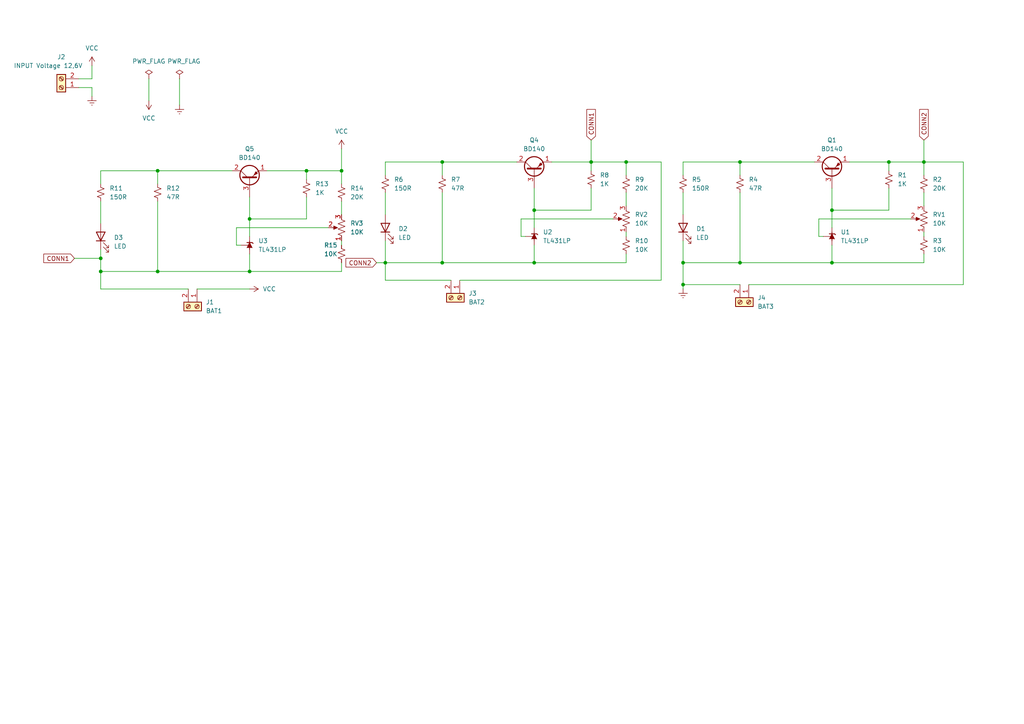
<source format=kicad_sch>
(kicad_sch (version 20230121) (generator eeschema)
  (paper "A4")
  (title_block (title "3S BMS Module ") (date "29.04.2023") (rev "1.0") (company "by Muxtar_Safarov"))
  (lib_symbols
    (symbol "Connector:Screw_Terminal_01x02" (pin_names (offset 1.016) hide)
      (property "Reference" "J" (at 0 2.54 0))
      (property "Value" "Screw_Terminal_01x02" (at 0 -5.08 0))
      (symbol "Screw_Terminal_01x02_1_1"
        (rectangle (start -1.27 1.27) (end 1.27 -3.81) (stroke (width 0.254)) (fill (type background)))
        (circle (center 0 -2.54) (radius 0.635) (stroke (width 0.1524)))
        (polyline (pts (xy -0.5334 -2.2098) (xy 0.3302 -3.048)) (stroke (width 0.1524)))
        (polyline (pts (xy -0.5334 0.3302) (xy 0.3302 -0.508)) (stroke (width 0.1524)))
        (polyline (pts (xy -0.3556 -2.032) (xy 0.508 -2.8702)) (stroke (width 0.1524)))
        (polyline (pts (xy -0.3556 0.508) (xy 0.508 -0.3302)) (stroke (width 0.1524)))
        (circle (center 0 0) (radius 0.635) (stroke (width 0.1524)))
        (pin passive line (at -5.08 0 0) (length 3.81) (name "Pin_1") (number "1"))
        (pin passive line (at -5.08 -2.54 0) (length 3.81) (name "Pin_2") (number "2"))
      )
    )
    (symbol "Device:LED" (pin_numbers hide) (pin_names (offset 1.016) hide)
      (property "Reference" "D" (at 0 2.54 0))
      (property "Value" "LED" (at 0 -2.54 0))
      (symbol "LED_0_1"
        (polyline (pts (xy -1.27 -1.27) (xy -1.27 1.27)) (stroke (width 0.254)))
        (polyline (pts (xy -1.27 0) (xy 1.27 0)))
        (polyline (pts (xy 1.27 -1.27) (xy 1.27 1.27) (xy -1.27 0) (xy 1.27 -1.27)) (stroke (width 0.254)))
        (polyline (pts (xy -3.048 -0.762) (xy -4.572 -2.286) (xy -3.81 -2.286) (xy -4.572 -2.286) (xy -4.572 -1.524)))
        (polyline (pts (xy -1.778 -0.762) (xy -3.302 -2.286) (xy -2.54 -2.286) (xy -3.302 -2.286) (xy -3.302 -1.524)))
      )
      (symbol "LED_1_1"
        (pin passive line (at -3.81 0 0) (length 2.54) (name "K") (number "1"))
        (pin passive line (at 3.81 0 180) (length 2.54) (name "A") (number "2"))
      )
    )
    (symbol "Device:R_Potentiometer_US" (pin_names (offset 1.016) hide)
      (property "Reference" "RV" (at -4.445 0 90))
      (property "Value" "R_Potentiometer_US" (at -2.54 0 90))
      (symbol "R_Potentiometer_US_0_1"
        (polyline (pts (xy 0 -2.286) (xy 0 -2.54)))
        (polyline (pts (xy 0 2.54) (xy 0 2.286)))
        (polyline (pts (xy 2.54 0) (xy 1.524 0)))
        (polyline (pts (xy 1.143 0) (xy 2.286 0.508) (xy 2.286 -0.508) (xy 1.143 0)) (fill (type outline)))
        (polyline (pts (xy 0 -0.762) (xy 1.016 -1.143) (xy 0 -1.524) (xy -1.016 -1.905) (xy 0 -2.286)))
        (polyline (pts (xy 0 0.762) (xy 1.016 0.381) (xy 0 0) (xy -1.016 -0.381) (xy 0 -0.762)))
        (polyline (pts (xy 0 2.286) (xy 1.016 1.905) (xy 0 1.524) (xy -1.016 1.143) (xy 0 0.762)))
      )
      (symbol "R_Potentiometer_US_1_1"
        (pin passive line (at 0 3.81 270) (length 1.27) (name "1") (number "1"))
        (pin passive line (at 3.81 0 180) (length 1.27) (name "2") (number "2"))
        (pin passive line (at 0 -3.81 90) (length 1.27) (name "3") (number "3"))
      )
    )
    (symbol "Device:R_Small_US" (pin_numbers hide) (pin_names (offset 0.254) hide)
      (property "Reference" "R" (at 0.762 0.508 0))
      (property "Value" "R_Small_US" (at 0.762 -1.016 0))
      (symbol "R_Small_US_1_1"
        (polyline (pts (xy 0 0) (xy 1.016 -0.381) (xy 0 -0.762) (xy -1.016 -1.143) (xy 0 -1.524)))
        (polyline (pts (xy 0 1.524) (xy 1.016 1.143) (xy 0 0.762) (xy -1.016 0.381) (xy 0 0)))
        (pin passive line (at 0 2.54 270) (length 1.016) (name "~") (number "1"))
        (pin passive line (at 0 -2.54 90) (length 1.016) (name "~") (number "2"))
      )
    )
    (symbol "Reference_Voltage:TL431LP" (pin_numbers hide) (pin_names hide)
      (property "Reference" "U" (at -2.54 2.54 0))
      (property "Value" "TL431LP" (at 0 -2.54 0))
      (symbol "TL431LP_0_1"
        (polyline (pts (xy -1.27 0) (xy 0 0) (xy 1.27 0)))
        (polyline (pts (xy -0.762 0.762) (xy 0.762 0) (xy -0.762 -0.762)) (fill (type outline)))
        (polyline (pts (xy 0.508 -1.016) (xy 0.762 -0.762) (xy 0.762 0.762) (xy 0.762 0.762)) (stroke (width 0.254)))
      )
      (symbol "TL431LP_1_1"
        (pin passive line (at 0 2.54 270) (length 2.54) (name "REF") (number "1"))
        (pin passive line (at -2.54 0 0) (length 2.54) (name "A") (number "2"))
        (pin passive line (at 2.54 0 180) (length 2.54) (name "K") (number "3"))
      )
    )
    (symbol "Transistor_BJT:BD140" (pin_names (offset 0) hide)
      (property "Reference" "Q" (at 5.08 1.905 0))
      (property "Value" "BD140" (at 5.08 0 0))
      (symbol "BD140_0_1"
        (polyline (pts (xy 0 0) (xy 0.635 0)))
        (polyline (pts (xy 2.54 -2.54) (xy 0.635 -0.635)))
        (polyline (pts (xy 2.54 2.54) (xy 0.635 0.635)))
        (polyline (pts (xy 0.635 1.905) (xy 0.635 -1.905) (xy 0.635 -1.905)) (stroke (width 0.508)) (fill (type outline)))
        (polyline (pts (xy 1.778 -2.286) (xy 2.286 -1.778) (xy 1.27 -1.27) (xy 1.778 -2.286) (xy 1.778 -2.286)) (fill (type outline)))
        (circle (center 1.27 0) (radius 2.8194) (stroke (width 0.3048)))
      )
      (symbol "BD140_1_1"
        (pin passive line (at 2.54 -5.08 90) (length 2.54) (name "E") (number "1"))
        (pin passive line (at 2.54 5.08 270) (length 2.54) (name "C") (number "2"))
        (pin input line (at -5.08 0 0) (length 5.08) (name "B") (number "3"))
      )
    )
    (symbol "power:Earth" (power) (pin_names (offset 0))
      (symbol "Earth_0_1"
        (polyline (pts (xy -0.635 -1.905) (xy 0.635 -1.905)))
        (polyline (pts (xy -0.127 -2.54) (xy 0.127 -2.54)))
        (polyline (pts (xy 0 -1.27) (xy 0 0)))
        (polyline (pts (xy 1.27 -1.27) (xy -1.27 -1.27)))
      )
      (symbol "Earth_1_1"
        (pin power_in line (at 0 0 270) (length 0) hide (name "Earth") (number "1"))
      )
    )
    (symbol "power:PWR_FLAG" (power) (pin_numbers hide) (pin_names (offset 0) hide)
      (property "Value" "PWR_FLAG" (at 0 3.81 0))
      (symbol "PWR_FLAG_0_0"
        (pin power_out line (at 0 0 90) (length 0) (name "pwr") (number "1"))
      )
      (symbol "PWR_FLAG_0_1"
        (polyline (pts (xy 0 0) (xy 0 1.27) (xy -1.016 1.905) (xy 0 2.54) (xy 1.016 1.905) (xy 0 1.27)))
      )
    )
    (symbol "power:VCC" (power) (pin_names (offset 0))
      (property "Value" "VCC" (at 0 3.81 0))
      (symbol "VCC_0_1"
        (polyline (pts (xy -0.762 1.27) (xy 0 2.54)))
        (polyline (pts (xy 0 0) (xy 0 2.54)))
        (polyline (pts (xy 0 2.54) (xy 0.762 1.27)))
      )
      (symbol "VCC_1_1"
        (pin power_in line (at 0 0 90) (length 0) hide (name "VCC") (number "1"))
      )
    )
  )
  (junction (at 171.45 46.99))
  (junction (at 45.72 78.74))
  (junction (at 88.9 49.53))
  (junction (at 214.63 76.2))
  (junction (at 99.06 49.53))
  (junction (at 198.12 82.55))
  (junction (at 267.97 46.99))
  (junction (at 128.27 76.2))
  (junction (at 198.12 76.2))
  (junction (at 45.72 49.53))
  (junction (at 154.94 60.96))
  (junction (at 241.3 76.2))
  (junction (at 257.81 46.99))
  (junction (at 72.39 78.74))
  (junction (at 29.21 74.93))
  (junction (at 154.94 76.2))
  (junction (at 72.39 63.5))
  (junction (at 214.63 46.99))
  (junction (at 181.61 46.99))
  (junction (at 29.21 78.74))
  (junction (at 241.3 60.96))
  (junction (at 111.76 76.2))
  (junction (at 128.27 46.99))
  (wire (pts (xy 241.3 54.61) (xy 241.3 60.96)))
  (wire (pts (xy 29.21 58.42) (xy 29.21 64.77)))
  (wire (pts (xy 128.27 76.2) (xy 154.94 76.2)))
  (wire (pts (xy 111.76 50.8) (xy 111.76 46.99)))
  (wire (pts (xy 29.21 74.93) (xy 29.21 78.74)))
  (wire (pts (xy 241.3 60.96) (xy 241.3 66.04)))
  (wire (pts (xy 95.25 66.04) (xy 68.58 66.04)))
  (wire (pts (xy 111.76 81.28) (xy 111.76 76.2)))
  (wire (pts (xy 198.12 46.99) (xy 214.63 46.99)))
  (wire (pts (xy 198.12 82.55) (xy 198.12 83.82)))
  (wire (pts (xy 267.97 67.31) (xy 267.97 68.58)))
  (wire (pts (xy 257.81 49.53) (xy 257.81 46.99)))
  (wire (pts (xy 181.61 50.8) (xy 181.61 46.99)))
  (wire (pts (xy 267.97 50.8) (xy 267.97 46.99)))
  (wire (pts (xy 99.06 58.42) (xy 99.06 62.23)))
  (wire (pts (xy 214.63 76.2) (xy 241.3 76.2)))
  (wire (pts (xy 99.06 43.18) (xy 99.06 49.53)))
  (wire (pts (xy 171.45 60.96) (xy 154.94 60.96)))
  (wire (pts (xy 214.63 46.99) (xy 214.63 50.8)))
  (wire (pts (xy 99.06 69.85) (xy 99.06 71.12)))
  (wire (pts (xy 128.27 55.88) (xy 128.27 76.2)))
  (wire (pts (xy 88.9 49.53) (xy 99.06 49.53)))
  (wire (pts (xy 54.61 83.82) (xy 29.21 83.82)))
  (wire (pts (xy 257.81 60.96) (xy 241.3 60.96)))
  (wire (pts (xy 29.21 83.82) (xy 29.21 78.74)))
  (wire (pts (xy 68.58 66.04) (xy 68.58 71.12)))
  (wire (pts (xy 177.8 63.5) (xy 151.13 63.5)))
  (wire (pts (xy 29.21 53.34) (xy 29.21 49.53)))
  (wire (pts (xy 26.67 19.05) (xy 26.67 22.86)))
  (wire (pts (xy 111.76 69.85) (xy 111.76 76.2)))
  (wire (pts (xy 171.45 46.99) (xy 181.61 46.99)))
  (wire (pts (xy 181.61 73.66) (xy 181.61 76.2)))
  (wire (pts (xy 133.35 81.28) (xy 191.77 81.28)))
  (wire (pts (xy 257.81 46.99) (xy 246.38 46.99)))
  (wire (pts (xy 21.59 74.93) (xy 29.21 74.93)))
  (wire (pts (xy 181.61 55.88) (xy 181.61 59.69)))
  (wire (pts (xy 198.12 55.88) (xy 198.12 62.23)))
  (wire (pts (xy 99.06 76.2) (xy 99.06 78.74)))
  (wire (pts (xy 279.4 82.55) (xy 279.4 46.99)))
  (wire (pts (xy 154.94 60.96) (xy 154.94 66.04)))
  (wire (pts (xy 264.16 63.5) (xy 237.49 63.5)))
  (wire (pts (xy 29.21 78.74) (xy 45.72 78.74)))
  (wire (pts (xy 237.49 63.5) (xy 237.49 68.58)))
  (wire (pts (xy 214.63 46.99) (xy 236.22 46.99)))
  (wire (pts (xy 198.12 76.2) (xy 198.12 82.55)))
  (wire (pts (xy 88.9 49.53) (xy 77.47 49.53)))
  (wire (pts (xy 72.39 57.15) (xy 72.39 63.5)))
  (wire (pts (xy 111.76 46.99) (xy 128.27 46.99)))
  (wire (pts (xy 45.72 49.53) (xy 67.31 49.53)))
  (wire (pts (xy 171.45 46.99) (xy 160.02 46.99)))
  (wire (pts (xy 68.58 71.12) (xy 69.85 71.12)))
  (wire (pts (xy 22.86 25.4) (xy 26.67 25.4)))
  (wire (pts (xy 198.12 50.8) (xy 198.12 46.99)))
  (wire (pts (xy 154.94 54.61) (xy 154.94 60.96)))
  (wire (pts (xy 72.39 73.66) (xy 72.39 78.74)))
  (wire (pts (xy 57.15 83.82) (xy 72.39 83.82)))
  (wire (pts (xy 26.67 22.86) (xy 22.86 22.86)))
  (wire (pts (xy 99.06 53.34) (xy 99.06 49.53)))
  (wire (pts (xy 45.72 78.74) (xy 72.39 78.74)))
  (wire (pts (xy 267.97 55.88) (xy 267.97 59.69)))
  (wire (pts (xy 217.17 82.55) (xy 279.4 82.55)))
  (wire (pts (xy 29.21 72.39) (xy 29.21 74.93)))
  (wire (pts (xy 267.97 40.64) (xy 267.97 46.99)))
  (wire (pts (xy 181.61 46.99) (xy 191.77 46.99)))
  (wire (pts (xy 72.39 78.74) (xy 99.06 78.74)))
  (wire (pts (xy 198.12 76.2) (xy 214.63 76.2)))
  (wire (pts (xy 151.13 68.58) (xy 152.4 68.58)))
  (wire (pts (xy 198.12 82.55) (xy 214.63 82.55)))
  (wire (pts (xy 154.94 71.12) (xy 154.94 76.2)))
  (wire (pts (xy 128.27 46.99) (xy 128.27 50.8)))
  (wire (pts (xy 29.21 49.53) (xy 45.72 49.53)))
  (wire (pts (xy 109.22 76.2) (xy 111.76 76.2)))
  (wire (pts (xy 257.81 54.61) (xy 257.81 60.96)))
  (wire (pts (xy 191.77 81.28) (xy 191.77 46.99)))
  (wire (pts (xy 130.81 81.28) (xy 111.76 81.28)))
  (wire (pts (xy 237.49 68.58) (xy 238.76 68.58)))
  (wire (pts (xy 241.3 71.12) (xy 241.3 76.2)))
  (wire (pts (xy 26.67 25.4) (xy 26.67 27.94)))
  (wire (pts (xy 198.12 69.85) (xy 198.12 76.2)))
  (wire (pts (xy 128.27 46.99) (xy 149.86 46.99)))
  (wire (pts (xy 43.18 22.86) (xy 43.18 29.21)))
  (wire (pts (xy 241.3 76.2) (xy 267.97 76.2)))
  (wire (pts (xy 88.9 52.07) (xy 88.9 49.53)))
  (wire (pts (xy 181.61 67.31) (xy 181.61 68.58)))
  (wire (pts (xy 88.9 57.15) (xy 88.9 63.5)))
  (wire (pts (xy 45.72 49.53) (xy 45.72 53.34)))
  (wire (pts (xy 171.45 54.61) (xy 171.45 60.96)))
  (wire (pts (xy 151.13 63.5) (xy 151.13 68.58)))
  (wire (pts (xy 154.94 76.2) (xy 181.61 76.2)))
  (wire (pts (xy 279.4 46.99) (xy 267.97 46.99)))
  (wire (pts (xy 111.76 55.88) (xy 111.76 62.23)))
  (wire (pts (xy 88.9 63.5) (xy 72.39 63.5)))
  (wire (pts (xy 72.39 63.5) (xy 72.39 68.58)))
  (wire (pts (xy 45.72 58.42) (xy 45.72 78.74)))
  (wire (pts (xy 171.45 49.53) (xy 171.45 46.99)))
  (wire (pts (xy 267.97 73.66) (xy 267.97 76.2)))
  (wire (pts (xy 111.76 76.2) (xy 128.27 76.2)))
  (wire (pts (xy 214.63 55.88) (xy 214.63 76.2)))
  (wire (pts (xy 52.07 22.86) (xy 52.07 30.48)))
  (wire (pts (xy 171.45 40.64) (xy 171.45 46.99)))
  (wire (pts (xy 267.97 46.99) (xy 257.81 46.99)))
  (global_label "CONN2" (shape input) (at 267.97 40.64 90) (property "Intersheetrefs" "${INTERSHEET_REFS}" (effects hide)))
  (global_label "CONN1" (shape input) (at 171.45 40.64 90) (property "Intersheetrefs" "${INTERSHEET_REFS}" (effects hide)))
  (global_label "CONN1" (shape input) (at 21.59 74.93 180) (property "Intersheetrefs" "${INTERSHEET_REFS}" (effects hide)))
  (global_label "CONN2" (shape input) (at 109.22 76.2 180) (property "Intersheetrefs" "${INTERSHEET_REFS}" (effects hide)))
  (symbol (lib_id "Device:LED") (at 198.12 66.04 90) (unit 1)
    (property "Reference" "D1" (at 201.93 66.3575 90) (effects (justify right)))
    (property "Value" "LED" (at 201.93 68.8975 90) (effects (justify right)))
    (property "Footprint" "LED_THT:LED_D5.0mm" (effects hide))
  )
  (symbol (lib_id "Device:R_Small_US") (at 88.9 54.61 0) (unit 1)
    (property "Reference" "R13" (at 91.44 53.34 0) (effects (justify left)))
    (property "Value" "1K" (at 91.44 55.88 0) (effects (justify left)))
    (property "Footprint" "Resistor_THT:R_Axial_DIN0207_L6.3mm_D2.5mm_P15.24mm_Horizontal" (effects hide))
  )
  (symbol (lib_id "Reference_Voltage:TL431LP") (at 154.94 68.58 90) (unit 1)
    (property "Reference" "U2" (at 157.48 67.31 90) (effects (justify right)))
    (property "Value" "TL431LP" (at 157.48 69.85 90) (effects (justify right)))
    (property "Footprint" "Package_TO_SOT_THT:TO-92_Inline" (effects hide))
    (property "Datasheet" "http://www.ti.com/lit/ds/symlink/tl431.pdf" (effects hide))
  )
  (symbol (lib_id "Device:R_Small_US") (at 99.06 55.88 0) (unit 1)
    (property "Reference" "R14" (at 101.6 54.61 0) (effects (justify left)))
    (property "Value" "20K" (at 101.6 57.15 0) (effects (justify left)))
    (property "Footprint" "Resistor_THT:R_Axial_DIN0207_L6.3mm_D2.5mm_P15.24mm_Horizontal" (effects hide))
  )
  (symbol (lib_id "Transistor_BJT:BD140") (at 241.3 49.53 90) (unit 1)
    (property "Reference" "Q1" (at 241.3 40.64 90))
    (property "Value" "BD140" (at 241.3 43.18 90))
    (property "Footprint" "Package_TO_SOT_THT:TO-126-3_Vertical" (effects hide))
    (property "Datasheet" "http://www.st.com/internet/com/TECHNICAL_RESOURCES/TECHNICAL_LITERATURE/DATASHEET/CD00001225.pdf" (effects hide))
  )
  (symbol (lib_id "Device:R_Potentiometer_US") (at 99.06 66.04 180) (unit 1)
    (property "Reference" "RV3" (at 101.6 64.77 0) (effects (justify right)))
    (property "Value" "10K" (at 101.6 67.31 0) (effects (justify right)))
    (property "Footprint" "Potentiometer_THT:Potentiometer_Vishay_148-149_Single_Horizontal" (effects hide))
  )
  (symbol (lib_id "Device:R_Small_US") (at 181.61 71.12 180) (unit 1)
    (property "Reference" "R10" (at 184.15 69.85 0) (effects (justify right)))
    (property "Value" "10K" (at 184.15 72.39 0) (effects (justify right)))
    (property "Footprint" "Resistor_THT:R_Axial_DIN0207_L6.3mm_D2.5mm_P15.24mm_Horizontal" (effects hide))
  )
  (symbol (lib_id "power:PWR_FLAG") (at 52.07 22.86 0) (unit 1)
    (property "Reference" "#FLG02" (effects hide))
    (property "Value" "PWR_FLAG" (at 53.34 17.78 0))
  )
  (symbol (lib_id "Device:R_Small_US") (at 111.76 53.34 0) (unit 1)
    (property "Reference" "R6" (at 114.3 52.07 0) (effects (justify left)))
    (property "Value" "150R" (at 114.3 54.61 0) (effects (justify left)))
    (property "Footprint" "Resistor_THT:R_Axial_DIN0207_L6.3mm_D2.5mm_P15.24mm_Horizontal" (effects hide))
  )
  (symbol (lib_id "Transistor_BJT:BD140") (at 72.39 52.07 90) (unit 1)
    (property "Reference" "Q5" (at 72.39 43.18 90))
    (property "Value" "BD140" (at 72.39 45.72 90))
    (property "Footprint" "Package_TO_SOT_THT:TO-126-3_Vertical" (effects hide))
    (property "Datasheet" "http://www.st.com/internet/com/TECHNICAL_RESOURCES/TECHNICAL_LITERATURE/DATASHEET/CD00001225.pdf" (effects hide))
  )
  (symbol (lib_id "Device:LED") (at 111.76 66.04 90) (unit 1)
    (property "Reference" "D2" (at 115.57 66.3575 90) (effects (justify right)))
    (property "Value" "LED" (at 115.57 68.8975 90) (effects (justify right)))
    (property "Footprint" "LED_THT:LED_D5.0mm" (effects hide))
  )
  (symbol (lib_id "Connector:Screw_Terminal_01x02") (at 217.17 87.63 270) (unit 1)
    (property "Reference" "J4" (at 219.71 86.36 90) (effects (justify left)))
    (property "Value" "BAT3" (at 219.71 88.9 90) (effects (justify left)))
    (property "Footprint" "TerminalBlock:TerminalBlock_bornier-2_P5.08mm" (effects hide))
  )
  (symbol (lib_id "Device:R_Small_US") (at 45.72 55.88 0) (unit 1)
    (property "Reference" "R12" (at 48.26 54.61 0) (effects (justify left)))
    (property "Value" "47R" (at 48.26 57.15 0) (effects (justify left)))
    (property "Footprint" "Resistor_THT:R_Axial_Power_L25.0mm_W9.0mm_P30.48mm" (effects hide))
  )
  (symbol (lib_id "power:Earth") (at 26.67 27.94 0) (unit 1)
    (property "Reference" "#PWR03" (effects hide))
    (property "Value" "Earth" (effects hide))
  )
  (symbol (lib_id "power:PWR_FLAG") (at 43.18 22.86 0) (unit 1)
    (property "Reference" "#FLG01" (effects hide))
    (property "Value" "PWR_FLAG" (at 43.18 17.78 0))
  )
  (symbol (lib_id "power:VCC") (at 43.18 29.21 180) (unit 1)
    (property "Reference" "#PWR06" (effects hide))
    (property "Value" "VCC" (at 43.18 34.29 0))
  )
  (symbol (lib_id "Device:R_Small_US") (at 267.97 71.12 180) (unit 1)
    (property "Reference" "R3" (at 270.51 69.85 0) (effects (justify right)))
    (property "Value" "10K" (at 270.51 72.39 0) (effects (justify right)))
    (property "Footprint" "Resistor_THT:R_Axial_DIN0207_L6.3mm_D2.5mm_P15.24mm_Horizontal" (effects hide))
  )
  (symbol (lib_id "power:VCC") (at 26.67 19.05 0) (unit 1)
    (property "Reference" "#PWR02" (effects hide))
    (property "Value" "VCC" (at 26.67 13.97 0))
  )
  (symbol (lib_id "Device:LED") (at 29.21 68.58 90) (unit 1)
    (property "Reference" "D3" (at 33.02 68.8975 90) (effects (justify right)))
    (property "Value" "LED" (at 33.02 71.4375 90) (effects (justify right)))
    (property "Footprint" "LED_THT:LED_D5.0mm" (effects hide))
  )
  (symbol (lib_id "Reference_Voltage:TL431LP") (at 72.39 71.12 90) (unit 1)
    (property "Reference" "U3" (at 74.93 69.85 90) (effects (justify right)))
    (property "Value" "TL431LP" (at 74.93 72.39 90) (effects (justify right)))
    (property "Footprint" "Package_TO_SOT_THT:TO-92_Inline" (effects hide))
    (property "Datasheet" "http://www.ti.com/lit/ds/symlink/tl431.pdf" (effects hide))
  )
  (symbol (lib_id "Device:R_Small_US") (at 181.61 53.34 0) (unit 1)
    (property "Reference" "R9" (at 184.15 52.07 0) (effects (justify left)))
    (property "Value" "20K" (at 184.15 54.61 0) (effects (justify left)))
    (property "Footprint" "Resistor_THT:R_Axial_DIN0207_L6.3mm_D2.5mm_P15.24mm_Horizontal" (effects hide))
  )
  (symbol (lib_id "Device:R_Potentiometer_US") (at 267.97 63.5 180) (unit 1)
    (property "Reference" "RV1" (at 270.51 62.23 0) (effects (justify right)))
    (property "Value" "10K" (at 270.51 64.77 0) (effects (justify right)))
    (property "Footprint" "Potentiometer_THT:Potentiometer_Vishay_148-149_Single_Horizontal" (effects hide))
  )
  (symbol (lib_id "power:Earth") (at 198.12 83.82 0) (unit 1)
    (property "Reference" "#PWR05" (effects hide))
    (property "Value" "Earth" (effects hide))
  )
  (symbol (lib_id "Device:R_Small_US") (at 198.12 53.34 0) (unit 1)
    (property "Reference" "R5" (at 200.66 52.07 0) (effects (justify left)))
    (property "Value" "150R" (at 200.66 54.61 0) (effects (justify left)))
    (property "Footprint" "Resistor_THT:R_Axial_DIN0207_L6.3mm_D2.5mm_P15.24mm_Horizontal" (effects hide))
  )
  (symbol (lib_id "power:VCC") (at 72.39 83.82 270) (unit 1)
    (property "Reference" "#PWR04" (effects hide))
    (property "Value" "VCC" (at 76.2 83.82 90) (effects (justify left)))
  )
  (symbol (lib_id "Reference_Voltage:TL431LP") (at 241.3 68.58 90) (unit 1)
    (property "Reference" "U1" (at 243.84 67.31 90) (effects (justify right)))
    (property "Value" "TL431LP" (at 243.84 69.85 90) (effects (justify right)))
    (property "Footprint" "Package_TO_SOT_THT:TO-92_Inline" (effects hide))
    (property "Datasheet" "http://www.ti.com/lit/ds/symlink/tl431.pdf" (effects hide))
  )
  (symbol (lib_id "power:VCC") (at 99.06 43.18 0) (unit 1)
    (property "Reference" "#PWR01" (effects hide))
    (property "Value" "VCC" (at 99.06 38.1 0))
  )
  (symbol (lib_id "Device:R_Small_US") (at 267.97 53.34 0) (unit 1)
    (property "Reference" "R2" (at 270.51 52.07 0) (effects (justify left)))
    (property "Value" "20K" (at 270.51 54.61 0) (effects (justify left)))
    (property "Footprint" "Resistor_THT:R_Axial_DIN0207_L6.3mm_D2.5mm_P15.24mm_Horizontal" (effects hide))
  )
  (symbol (lib_id "Device:R_Small_US") (at 99.06 73.66 180) (unit 1)
    (property "Reference" "R15" (at 93.98 71.12 0) (effects (justify right)))
    (property "Value" "10K" (at 93.98 73.66 0) (effects (justify right)))
    (property "Footprint" "Resistor_THT:R_Axial_DIN0207_L6.3mm_D2.5mm_P15.24mm_Horizontal" (effects hide))
  )
  (symbol (lib_id "Connector:Screw_Terminal_01x02") (at 57.15 88.9 270) (unit 1)
    (property "Reference" "J1" (at 59.69 87.63 90) (effects (justify left)))
    (property "Value" "BAT1" (at 59.69 90.17 90) (effects (justify left)))
    (property "Footprint" "TerminalBlock:TerminalBlock_bornier-2_P5.08mm" (effects hide))
  )
  (symbol (lib_id "Device:R_Small_US") (at 128.27 53.34 0) (unit 1)
    (property "Reference" "R7" (at 130.81 52.07 0) (effects (justify left)))
    (property "Value" "47R" (at 130.81 54.61 0) (effects (justify left)))
    (property "Footprint" "Resistor_THT:R_Axial_Power_L25.0mm_W9.0mm_P30.48mm" (effects hide))
  )
  (symbol (lib_id "Transistor_BJT:BD140") (at 154.94 49.53 90) (unit 1)
    (property "Reference" "Q4" (at 154.94 40.64 90))
    (property "Value" "BD140" (at 154.94 43.18 90))
    (property "Footprint" "Package_TO_SOT_THT:TO-126-3_Vertical" (effects hide))
    (property "Datasheet" "http://www.st.com/internet/com/TECHNICAL_RESOURCES/TECHNICAL_LITERATURE/DATASHEET/CD00001225.pdf" (effects hide))
  )
  (symbol (lib_id "Device:R_Small_US") (at 29.21 55.88 0) (unit 1)
    (property "Reference" "R11" (at 31.75 54.61 0) (effects (justify left)))
    (property "Value" "150R" (at 31.75 57.15 0) (effects (justify left)))
    (property "Footprint" "Resistor_THT:R_Axial_DIN0207_L6.3mm_D2.5mm_P15.24mm_Horizontal" (effects hide))
  )
  (symbol (lib_id "Device:R_Small_US") (at 257.81 52.07 0) (unit 1)
    (property "Reference" "R1" (at 260.35 50.8 0) (effects (justify left)))
    (property "Value" "1K" (at 260.35 53.34 0) (effects (justify left)))
    (property "Footprint" "Resistor_THT:R_Axial_DIN0207_L6.3mm_D2.5mm_P15.24mm_Horizontal" (effects hide))
  )
  (symbol (lib_id "power:Earth") (at 52.07 30.48 0) (unit 1)
    (property "Reference" "#PWR07" (effects hide))
    (property "Value" "Earth" (effects hide))
  )
  (symbol (lib_id "Connector:Screw_Terminal_01x02") (at 17.78 25.4 180) (unit 1)
    (property "Reference" "J2" (at 17.78 16.51 0))
    (property "Value" "INPUT Voltage 12,6V" (at 13.97 19.05 0))
    (property "Footprint" "TerminalBlock:TerminalBlock_bornier-2_P5.08mm" (effects hide))
  )
  (symbol (lib_id "Connector:Screw_Terminal_01x02") (at 133.35 86.36 270) (unit 1)
    (property "Reference" "J3" (at 135.89 85.09 90) (effects (justify left)))
    (property "Value" "BAT2" (at 135.89 87.63 90) (effects (justify left)))
    (property "Footprint" "TerminalBlock:TerminalBlock_bornier-2_P5.08mm" (effects hide))
  )
  (symbol (lib_id "Device:R_Small_US") (at 171.45 52.07 0) (unit 1)
    (property "Reference" "R8" (at 173.99 50.8 0) (effects (justify left)))
    (property "Value" "1K" (at 173.99 53.34 0) (effects (justify left)))
    (property "Footprint" "Resistor_THT:R_Axial_DIN0207_L6.3mm_D2.5mm_P15.24mm_Horizontal" (effects hide))
  )
  (symbol (lib_id "Device:R_Potentiometer_US") (at 181.61 63.5 180) (unit 1)
    (property "Reference" "RV2" (at 184.15 62.23 0) (effects (justify right)))
    (property "Value" "10K" (at 184.15 64.77 0) (effects (justify right)))
    (property "Footprint" "Potentiometer_THT:Potentiometer_Vishay_148-149_Single_Horizontal" (effects hide))
  )
  (symbol (lib_id "Device:R_Small_US") (at 214.63 53.34 0) (unit 1)
    (property "Reference" "R4" (at 217.17 52.07 0) (effects (justify left)))
    (property "Value" "47R" (at 217.17 54.61 0) (effects (justify left)))
    (property "Footprint" "Resistor_THT:R_Axial_Power_L25.0mm_W9.0mm_P30.48mm" (effects hide))
  )
)
</source>
